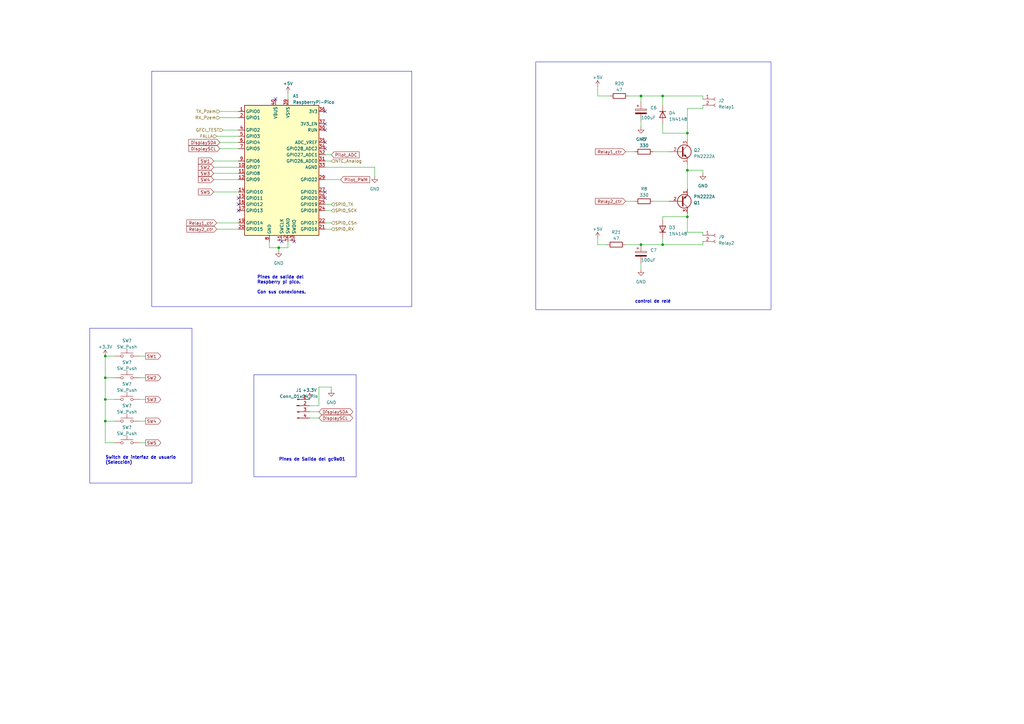
<source format=kicad_sch>
(kicad_sch (version 20230121) (generator eeschema)
  (paper "A3")
  (title_block (title "Esquema pines micro") (company "UNIVERSIDAD NACIONAL DE COLOMBIA") (comment 1 "Jhon Rios, Daniel Robayo, Sergio Reina"))
  (lib_symbols
    (symbol "+5V_1" (power) (pin_names (offset 0))
      (property "Value" "+5V_1" (at 0 3.556 0))
      (symbol "+5V_1_0_1"
        (polyline (pts (xy -0.762 1.27) (xy 0 2.54)))
        (polyline (pts (xy 0 0) (xy 0 2.54)))
        (polyline (pts (xy 0 2.54) (xy 0.762 1.27)))
      )
      (symbol "+5V_1_1_1"
        (pin power_in line (at 0 0 90) (length 0) hide (name "+5V") (number "1"))
      )
    )
    (symbol "Connector:Conn_01x02_Socket" (pin_names (offset 1.016) hide)
      (property "Reference" "J" (at 0 2.54 0))
      (property "Value" "Conn_01x02_Socket" (at 0 -5.08 0))
      (symbol "Conn_01x02_Socket_1_1"
        (arc (start 0 -2.032) (mid -0.5058 -2.54) (end 0 -3.048) (stroke (width 0.1524)))
        (polyline (pts (xy -1.27 -2.54) (xy -0.508 -2.54)) (stroke (width 0.1524)))
        (polyline (pts (xy -1.27 0) (xy -0.508 0)) (stroke (width 0.1524)))
        (arc (start 0 0.508) (mid -0.5058 0) (end 0 -0.508) (stroke (width 0.1524)))
        (pin passive line (at -5.08 0 0) (length 3.81) (name "Pin_1") (number "1"))
        (pin passive line (at -5.08 -2.54 0) (length 3.81) (name "Pin_2") (number "2"))
      )
    )
    (symbol "Connector:Conn_01x04_Pin" (pin_names (offset 1.016) hide)
      (property "Reference" "J" (at 0 5.08 0))
      (property "Value" "Conn_01x04_Pin" (at 0 -7.62 0))
      (symbol "Conn_01x04_Pin_1_1"
        (polyline (pts (xy 1.27 -5.08) (xy 0.8636 -5.08)) (stroke (width 0.1524)))
        (polyline (pts (xy 1.27 -2.54) (xy 0.8636 -2.54)) (stroke (width 0.1524)))
        (polyline (pts (xy 1.27 0) (xy 0.8636 0)) (stroke (width 0.1524)))
        (polyline (pts (xy 1.27 2.54) (xy 0.8636 2.54)) (stroke (width 0.1524)))
        (rectangle (start 0.8636 -4.953) (end 0 -5.207) (stroke (width 0.1524)) (fill (type outline)))
        (rectangle (start 0.8636 -2.413) (end 0 -2.667) (stroke (width 0.1524)) (fill (type outline)))
        (rectangle (start 0.8636 0.127) (end 0 -0.127) (stroke (width 0.1524)) (fill (type outline)))
        (rectangle (start 0.8636 2.667) (end 0 2.413) (stroke (width 0.1524)) (fill (type outline)))
        (pin passive line (at 5.08 2.54 180) (length 3.81) (name "Pin_1") (number "1"))
        (pin passive line (at 5.08 0 180) (length 3.81) (name "Pin_2") (number "2"))
        (pin passive line (at 5.08 -2.54 180) (length 3.81) (name "Pin_3") (number "3"))
        (pin passive line (at 5.08 -5.08 180) (length 3.81) (name "Pin_4") (number "4"))
      )
    )
    (symbol "Device:C_Polarized" (pin_numbers hide) (pin_names (offset 0.254))
      (property "Reference" "C" (at 0.635 2.54 0))
      (property "Value" "C_Polarized" (at 0.635 -2.54 0))
      (symbol "C_Polarized_0_1"
        (rectangle (start -2.286 0.508) (end 2.286 1.016))
        (polyline (pts (xy -1.778 2.286) (xy -0.762 2.286)))
        (polyline (pts (xy -1.27 2.794) (xy -1.27 1.778)))
        (rectangle (start 2.286 -0.508) (end -2.286 -1.016) (fill (type outline)))
      )
      (symbol "C_Polarized_1_1"
        (pin passive line (at 0 3.81 270) (length 2.794) (name "~") (number "1"))
        (pin passive line (at 0 -3.81 90) (length 2.794) (name "~") (number "2"))
      )
    )
    (symbol "Device:R" (pin_numbers hide) (pin_names (offset 0))
      (property "Reference" "R" (at 2.032 0 90))
      (property "Value" "R" (at 0 0 90))
      (symbol "R_0_1"
        (rectangle (start -1.016 -2.54) (end 1.016 2.54) (stroke (width 0.254)))
      )
      (symbol "R_1_1"
        (pin passive line (at 0 3.81 270) (length 1.27) (name "~") (number "1"))
        (pin passive line (at 0 -3.81 90) (length 1.27) (name "~") (number "2"))
      )
    )
    (symbol "Diode:1N4148" (pin_numbers hide) (pin_names hide)
      (property "Reference" "D" (at 0 2.54 0))
      (property "Value" "1N4148" (at 0 -2.54 0))
      (symbol "1N4148_0_1"
        (polyline (pts (xy -1.27 1.27) (xy -1.27 -1.27)) (stroke (width 0.254)))
        (polyline (pts (xy 1.27 0) (xy -1.27 0)))
        (polyline (pts (xy 1.27 1.27) (xy 1.27 -1.27) (xy -1.27 0) (xy 1.27 1.27)) (stroke (width 0.254)))
      )
      (symbol "1N4148_1_1"
        (pin passive line (at -3.81 0 0) (length 2.54) (name "K") (number "1"))
        (pin passive line (at 3.81 0 180) (length 2.54) (name "A") (number "2"))
      )
    )
    (symbol "GND_1" (power) (pin_names (offset 0))
      (property "Value" "GND_1" (at 0 -3.81 0))
      (symbol "GND_1_0_1"
        (polyline (pts (xy 0 0) (xy 0 -1.27) (xy 1.27 -1.27) (xy 0 -2.54) (xy -1.27 -1.27) (xy 0 -1.27)))
      )
      (symbol "GND_1_1_1"
        (pin power_in line (at 0 0 270) (length 0) hide (name "GND") (number "1"))
      )
    )
    (symbol "GND_2" (power) (pin_names (offset 0))
      (property "Value" "GND_2" (at 0 -3.81 0))
      (symbol "GND_2_0_1"
        (polyline (pts (xy 0 0) (xy 0 -1.27) (xy 1.27 -1.27) (xy 0 -2.54) (xy -1.27 -1.27) (xy 0 -1.27)))
      )
      (symbol "GND_2_1_1"
        (pin power_in line (at 0 0 270) (length 0) hide (name "GND") (number "1"))
      )
    )
    (symbol "MCU_ModulePico:RaspberryPi-Pico"
      (property "Reference" "A" (at 0 17.78 0))
      (property "Value" "RaspberryPi-Pico" (at 2.54 15.24 0))
      (symbol "RaspberryPi-Pico_0_1"
        (rectangle (start -15.24 27.94) (end 15.24 -25.4) (stroke (width 0.254)) (fill (type background)))
      )
      (symbol "RaspberryPi-Pico_1_1"
        (pin bidirectional line (at -17.78 25.4 0) (length 2.54) (name "GPIO0") (number "1"))
        (pin bidirectional line (at -17.78 2.54 0) (length 2.54) (name "GPIO7") (number "10"))
        (pin bidirectional line (at -17.78 0 0) (length 2.54) (name "GPIO8") (number "11"))
        (pin bidirectional line (at -17.78 -2.54 0) (length 2.54) (name "GPIO9") (number "12"))
        (pin passive line (at -5.08 -27.94 90) (length 2.54) hide (name "GND") (number "13"))
        (pin bidirectional line (at -17.78 -7.62 0) (length 2.54) (name "GPIO10") (number "14"))
        (pin bidirectional line (at -17.78 -10.16 0) (length 2.54) (name "GPIO11") (number "15"))
        (pin bidirectional line (at -17.78 -12.7 0) (length 2.54) (name "GPIO12") (number "16"))
        (pin bidirectional line (at -17.78 -15.24 0) (length 2.54) (name "GPIO13") (number "17"))
        (pin passive line (at -5.08 -27.94 90) (length 2.54) hide (name "GND") (number "18"))
        (pin bidirectional line (at -17.78 -20.32 0) (length 2.54) (name "GPIO14") (number "19"))
        (pin bidirectional line (at -17.78 22.86 0) (length 2.54) (name "GPIO1") (number "2"))
        (pin bidirectional line (at -17.78 -22.86 0) (length 2.54) (name "GPIO15") (number "20"))
        (pin bidirectional line (at 17.78 -22.86 180) (length 2.54) (name "GPIO16") (number "21"))
        (pin bidirectional line (at 17.78 -20.32 180) (length 2.54) (name "GPIO17") (number "22"))
        (pin passive line (at -5.08 -27.94 90) (length 2.54) hide (name "GND") (number "23"))
        (pin bidirectional line (at 17.78 -15.24 180) (length 2.54) (name "GPIO18") (number "24"))
        (pin bidirectional line (at 17.78 -12.7 180) (length 2.54) (name "GPIO19") (number "25"))
        (pin bidirectional line (at 17.78 -10.16 180) (length 2.54) (name "GPIO20") (number "26"))
        (pin bidirectional line (at 17.78 -7.62 180) (length 2.54) (name "GPIO21") (number "27"))
        (pin passive line (at -5.08 -27.94 90) (length 2.54) hide (name "GND") (number "28"))
        (pin bidirectional line (at 17.78 -2.54 180) (length 2.54) (name "GPIO22") (number "29"))
        (pin passive line (at -5.08 -27.94 90) (length 2.54) hide (name "GND") (number "3"))
        (pin input line (at 17.78 17.78 180) (length 2.54) (name "RUN") (number "30"))
        (pin bidirectional line (at 17.78 5.08 180) (length 2.54) (name "GPIO26_ADC0") (number "31"))
        (pin bidirectional line (at 17.78 7.62 180) (length 2.54) (name "GPIO27_ADC1") (number "32"))
        (pin power_in line (at 17.78 2.54 180) (length 2.54) (name "AGND") (number "33"))
        (pin bidirectional line (at 17.78 10.16 180) (length 2.54) (name "GPIO28_ADC2") (number "34"))
        (pin power_in line (at 17.78 12.7 180) (length 2.54) (name "ADC_VREF") (number "35"))
        (pin power_out line (at 17.78 25.4 180) (length 2.54) (name "3V3") (number "36"))
        (pin input line (at 17.78 20.32 180) (length 2.54) (name "3V3_EN") (number "37"))
        (pin passive line (at -5.08 -27.94 90) (length 2.54) hide (name "GND") (number "38"))
        (pin power_out line (at 2.54 30.48 270) (length 2.54) (name "VSYS") (number "39"))
        (pin bidirectional line (at -17.78 17.78 0) (length 2.54) (name "GPIO2") (number "4"))
        (pin power_out line (at -2.54 30.48 270) (length 2.54) (name "VBUS") (number "40"))
        (pin input line (at 0 -27.94 90) (length 2.54) (name "SWCLK") (number "41"))
        (pin power_in line (at 2.54 -27.94 90) (length 2.54) (name "SWGND") (number "42"))
        (pin bidirectional line (at 5.08 -27.94 90) (length 2.54) (name "SWDIO") (number "43"))
        (pin bidirectional line (at -17.78 15.24 0) (length 2.54) (name "GPIO3") (number "5"))
        (pin bidirectional line (at -17.78 12.7 0) (length 2.54) (name "GPIO4") (number "6"))
        (pin bidirectional line (at -17.78 10.16 0) (length 2.54) (name "GPIO5") (number "7"))
        (pin power_in line (at -5.08 -27.94 90) (length 2.54) (name "GND") (number "8"))
        (pin bidirectional line (at -17.78 5.08 0) (length 2.54) (name "GPIO6") (number "9"))
      )
    )
    (symbol "Switch:SW_Push" (pin_numbers hide) (pin_names (offset 1.016) hide)
      (property "Reference" "SW" (at 1.27 2.54 0))
      (property "Value" "SW_Push" (at 0 -1.524 0))
      (symbol "SW_Push_0_1"
        (circle (center -2.032 0) (radius 0.508))
        (polyline (pts (xy 0 1.27) (xy 0 3.048)))
        (polyline (pts (xy 2.54 1.27) (xy -2.54 1.27)))
        (circle (center 2.032 0) (radius 0.508))
        (pin passive line (at -5.08 0 0) (length 2.54) (name "1") (number "1"))
        (pin passive line (at 5.08 0 180) (length 2.54) (name "2") (number "2"))
      )
    )
    (symbol "Transistor_BJT:PN2222A" (pin_names (offset 0) hide)
      (property "Reference" "Q" (at 5.08 1.905 0))
      (property "Value" "PN2222A" (at 5.08 0 0))
      (symbol "PN2222A_0_1"
        (polyline (pts (xy 0 0) (xy 0.635 0)))
        (polyline (pts (xy 2.54 -2.54) (xy 0.635 -0.635)))
        (polyline (pts (xy 2.54 2.54) (xy 0.635 0.635)))
        (polyline (pts (xy 0.635 1.905) (xy 0.635 -1.905) (xy 0.635 -1.905)) (stroke (width 0.508)))
        (polyline (pts (xy 2.413 -2.413) (xy 1.905 -1.905) (xy 1.905 -1.905)))
        (polyline (pts (xy 1.143 -1.651) (xy 1.651 -1.143) (xy 2.159 -2.159) (xy 1.143 -1.651) (xy 1.143 -1.651)) (fill (type outline)))
        (circle (center 1.27 0) (radius 2.8194) (stroke (width 0.254)))
      )
      (symbol "PN2222A_1_1"
        (pin passive line (at 2.54 -5.08 90) (length 2.54) (name "E") (number "1"))
        (pin input line (at -5.08 0 0) (length 5.08) (name "B") (number "2"))
        (pin passive line (at 2.54 5.08 270) (length 2.54) (name "C") (number "3"))
      )
    )
    (symbol "power:+3.3V" (power) (pin_names (offset 0))
      (property "Value" "+3.3V" (at 0 3.556 0))
      (symbol "+3.3V_0_1"
        (polyline (pts (xy -0.762 1.27) (xy 0 2.54)))
        (polyline (pts (xy 0 0) (xy 0 2.54)))
        (polyline (pts (xy 0 2.54) (xy 0.762 1.27)))
      )
      (symbol "+3.3V_1_1"
        (pin power_in line (at 0 0 90) (length 0) hide (name "+3.3V") (number "1"))
      )
    )
    (symbol "power:+5V" (power) (pin_names (offset 0))
      (property "Value" "+5V" (at 0 3.556 0))
      (symbol "+5V_0_1"
        (polyline (pts (xy -0.762 1.27) (xy 0 2.54)))
        (polyline (pts (xy 0 0) (xy 0 2.54)))
        (polyline (pts (xy 0 2.54) (xy 0.762 1.27)))
      )
      (symbol "+5V_1_1"
        (pin power_in line (at 0 0 90) (length 0) hide (name "+5V") (number "1"))
      )
    )
    (symbol "power:GND" (power) (pin_names (offset 0))
      (property "Value" "GND" (at 0 -3.81 0))
      (symbol "GND_0_1"
        (polyline (pts (xy 0 0) (xy 0 -1.27) (xy 1.27 -1.27) (xy 0 -2.54) (xy -1.27 -1.27) (xy 0 -1.27)))
      )
      (symbol "GND_1_1"
        (pin power_in line (at 0 0 270) (length 0) hide (name "GND") (number "1"))
      )
    )
  )
  (junction (at 43.18 146.05))
  (junction (at 281.94 69.85))
  (junction (at 43.18 154.94))
  (junction (at 262.89 100.33))
  (junction (at 281.94 54.61))
  (junction (at 271.78 100.33))
  (junction (at 43.18 163.83))
  (junction (at 43.18 172.72))
  (junction (at 114.3 101.6))
  (junction (at 281.94 88.9))
  (junction (at 271.78 39.37))
  (junction (at 262.89 39.37))
  (no_connect (at 97.79 86.36))
  (no_connect (at 133.35 50.8))
  (no_connect (at 133.35 53.34))
  (no_connect (at 133.35 81.28))
  (no_connect (at 115.57 99.06))
  (no_connect (at 133.35 58.42))
  (no_connect (at 133.35 60.96))
  (no_connect (at 113.03 40.64))
  (no_connect (at 120.65 99.06))
  (no_connect (at 97.79 81.28))
  (no_connect (at 133.35 45.72))
  (no_connect (at 133.35 78.74))
  (no_connect (at 97.79 83.82))
  (wire (pts (xy 271.78 88.9) (xy 281.94 88.9)))
  (wire (pts (xy 133.35 66.04) (xy 135.89 66.04)))
  (wire (pts (xy 281.94 95.25) (xy 288.29 95.25)))
  (wire (pts (xy 133.35 63.5) (xy 135.89 63.5)))
  (wire (pts (xy 57.15 181.61) (xy 59.69 181.61)))
  (wire (pts (xy 133.35 91.44) (xy 135.89 91.44)))
  (wire (pts (xy 46.99 154.94) (xy 43.18 154.94)))
  (wire (pts (xy 87.63 78.74) (xy 97.79 78.74)))
  (wire (pts (xy 127 166.37) (xy 130.81 166.37)))
  (wire (pts (xy 87.63 66.04) (xy 97.79 66.04)))
  (wire (pts (xy 90.17 45.72) (xy 97.79 45.72)))
  (wire (pts (xy 281.94 69.85) (xy 288.29 69.85)))
  (wire (pts (xy 245.11 39.37) (xy 250.19 39.37)))
  (wire (pts (xy 262.89 100.33) (xy 271.78 100.33)))
  (wire (pts (xy 288.29 95.25) (xy 288.29 96.52)))
  (wire (pts (xy 118.11 101.6) (xy 114.3 101.6)))
  (wire (pts (xy 91.44 53.34) (xy 97.79 53.34)))
  (wire (pts (xy 267.97 62.23) (xy 274.32 62.23)))
  (wire (pts (xy 133.35 83.82) (xy 135.89 83.82)))
  (wire (pts (xy 46.99 163.83) (xy 43.18 163.83)))
  (wire (pts (xy 281.94 69.85) (xy 281.94 77.47)))
  (wire (pts (xy 133.35 86.36) (xy 135.89 86.36)))
  (wire (pts (xy 118.11 38.1) (xy 118.11 40.64)))
  (wire (pts (xy 43.18 163.83) (xy 43.18 172.72)))
  (wire (pts (xy 271.78 39.37) (xy 288.29 39.37)))
  (wire (pts (xy 262.89 41.91) (xy 262.89 39.37)))
  (wire (pts (xy 57.15 163.83) (xy 59.69 163.83)))
  (wire (pts (xy 271.78 50.8) (xy 271.78 54.61)))
  (wire (pts (xy 281.94 87.63) (xy 281.94 88.9)))
  (wire (pts (xy 88.9 91.44) (xy 97.79 91.44)))
  (wire (pts (xy 133.35 73.66) (xy 139.7 73.66)))
  (wire (pts (xy 43.18 146.05) (xy 46.99 146.05)))
  (wire (pts (xy 43.18 154.94) (xy 43.18 163.83)))
  (wire (pts (xy 256.54 100.33) (xy 262.89 100.33)))
  (wire (pts (xy 130.81 166.37) (xy 130.81 158.75)))
  (wire (pts (xy 130.81 158.75) (xy 135.89 158.75)))
  (wire (pts (xy 135.89 158.75) (xy 135.89 160.02)))
  (wire (pts (xy 87.63 73.66) (xy 97.79 73.66)))
  (wire (pts (xy 257.81 39.37) (xy 262.89 39.37)))
  (wire (pts (xy 281.94 88.9) (xy 281.94 95.25)))
  (wire (pts (xy 271.78 39.37) (xy 271.78 43.18)))
  (wire (pts (xy 87.63 68.58) (xy 97.79 68.58)))
  (wire (pts (xy 288.29 43.18) (xy 288.29 44.45)))
  (wire (pts (xy 133.35 93.98) (xy 135.89 93.98)))
  (wire (pts (xy 271.78 100.33) (xy 288.29 100.33)))
  (wire (pts (xy 271.78 100.33) (xy 271.78 97.79)))
  (wire (pts (xy 153.67 68.58) (xy 153.67 72.39)))
  (wire (pts (xy 281.94 57.15) (xy 281.94 54.61)))
  (wire (pts (xy 43.18 154.94) (xy 43.18 146.05)))
  (wire (pts (xy 88.9 55.88) (xy 97.79 55.88)))
  (wire (pts (xy 110.49 99.06) (xy 110.49 101.6)))
  (wire (pts (xy 281.94 67.31) (xy 281.94 69.85)))
  (wire (pts (xy 288.29 99.06) (xy 288.29 100.33)))
  (wire (pts (xy 57.15 146.05) (xy 59.69 146.05)))
  (wire (pts (xy 118.11 99.06) (xy 118.11 101.6)))
  (wire (pts (xy 57.15 154.94) (xy 59.69 154.94)))
  (wire (pts (xy 262.89 39.37) (xy 271.78 39.37)))
  (wire (pts (xy 245.11 35.56) (xy 245.11 39.37)))
  (wire (pts (xy 90.17 60.96) (xy 97.79 60.96)))
  (wire (pts (xy 90.17 48.26) (xy 97.79 48.26)))
  (wire (pts (xy 46.99 181.61) (xy 43.18 181.61)))
  (wire (pts (xy 90.17 58.42) (xy 97.79 58.42)))
  (wire (pts (xy 43.18 172.72) (xy 43.18 181.61)))
  (wire (pts (xy 245.11 100.33) (xy 248.92 100.33)))
  (wire (pts (xy 256.54 82.55) (xy 260.35 82.55)))
  (wire (pts (xy 114.3 101.6) (xy 110.49 101.6)))
  (wire (pts (xy 127 168.91) (xy 130.81 168.91)))
  (wire (pts (xy 57.15 172.72) (xy 59.69 172.72)))
  (wire (pts (xy 288.29 39.37) (xy 288.29 40.64)))
  (wire (pts (xy 87.63 71.12) (xy 97.79 71.12)))
  (wire (pts (xy 262.89 49.53) (xy 262.89 52.07)))
  (wire (pts (xy 281.94 44.45) (xy 288.29 44.45)))
  (wire (pts (xy 127 171.45) (xy 130.81 171.45)))
  (wire (pts (xy 262.89 107.95) (xy 262.89 110.49)))
  (wire (pts (xy 245.11 97.79) (xy 245.11 100.33)))
  (wire (pts (xy 281.94 54.61) (xy 281.94 44.45)))
  (wire (pts (xy 133.35 68.58) (xy 153.67 68.58)))
  (wire (pts (xy 271.78 54.61) (xy 281.94 54.61)))
  (wire (pts (xy 114.3 101.6) (xy 114.3 102.87)))
  (wire (pts (xy 267.97 82.55) (xy 274.32 82.55)))
  (wire (pts (xy 288.29 71.12) (xy 288.29 69.85)))
  (wire (pts (xy 256.54 62.23) (xy 260.35 62.23)))
  (wire (pts (xy 46.99 172.72) (xy 43.18 172.72)))
  (wire (pts (xy 271.78 88.9) (xy 271.78 90.17)))
  (wire (pts (xy 88.9 93.98) (xy 97.79 93.98)))
  (rectangle (start 219.71 25.4) (end 316.23 127))
  (rectangle (start 62.23 29.21) (end 168.91 125.73))
  (rectangle (start 104.14 153.67) (end 146.05 195.58))
  (rectangle (start 36.83 134.62) (end 78.74 198.12))
  (text "Pines de salida del\nRaspberry pi pico.\n\nCon sus conexiones." (at 105.41 120.65 0) (effects (font (size 1.27 1.27) bold) (justify left bottom)))
  (text "control de relé " (at 260.35 124.46 0) (effects (font (size 1.27 1.27) (thickness 0.254) bold) (justify left bottom)))
  (text "Switch de interfaz de usuario\n(Selección)" (at 43.18 190.5 0) (effects (font (size 1.27 1.27) bold) (justify left bottom)))
  (text "Pines de Salida del gc9a01" (at 114.3 189.23 0) (effects (font (size 1.27 1.27) (thickness 0.254) bold) (justify left bottom)))
  (global_label "SW2" (shape input) (at 87.63 68.58 180) (property "Intersheetrefs" "${INTERSHEET_REFS}" (effects hide)))
  (global_label "SW3" (shape output) (at 59.69 163.83 0) (property "Intersheetrefs" "${INTERSHEET_REFS}" (effects hide)))
  (global_label "Pilot_PWM" (shape input) (at 139.7 73.66 0) (property "Intersheetrefs" "${INTERSHEET_REFS}" (effects hide)))
  (global_label "Relay1_ctr" (shape input) (at 256.54 62.23 180) (property "Intersheetrefs" "${INTERSHEET_REFS}" (effects hide)))
  (global_label "DisplaySCL" (shape input) (at 90.17 60.96 180) (property "Intersheetrefs" "${INTERSHEET_REFS}" (effects hide)))
  (global_label "DisplaySDA" (shape bidirectional) (at 130.81 168.91 0) (property "Intersheetrefs" "${INTERSHEET_REFS}" (effects hide)))
  (global_label "Pilot_ADC" (shape input) (at 135.89 63.5 0) (property "Intersheetrefs" "${INTERSHEET_REFS}" (effects hide)))
  (global_label "SW4" (shape input) (at 87.63 73.66 180) (property "Intersheetrefs" "${INTERSHEET_REFS}" (effects hide)))
  (global_label "SW5" (shape output) (at 59.69 181.61 0) (property "Intersheetrefs" "${INTERSHEET_REFS}" (effects hide)))
  (global_label "SW5" (shape input) (at 87.63 78.74 180) (property "Intersheetrefs" "${INTERSHEET_REFS}" (effects hide)))
  (global_label "Relay2_ctr" (shape input) (at 256.54 82.55 180) (property "Intersheetrefs" "${INTERSHEET_REFS}" (effects hide)))
  (global_label "SW1" (shape input) (at 87.63 66.04 180) (property "Intersheetrefs" "${INTERSHEET_REFS}" (effects hide)))
  (global_label "DisplaySDA" (shape input) (at 90.17 58.42 180) (property "Intersheetrefs" "${INTERSHEET_REFS}" (effects hide)))
  (global_label "SW2" (shape output) (at 59.69 154.94 0) (property "Intersheetrefs" "${INTERSHEET_REFS}" (effects hide)))
  (global_label "SW4" (shape output) (at 59.69 172.72 0) (property "Intersheetrefs" "${INTERSHEET_REFS}" (effects hide)))
  (global_label "DIsplaySCL" (shape bidirectional) (at 130.81 171.45 0) (property "Intersheetrefs" "${INTERSHEET_REFS}" (effects hide)))
  (global_label "Relay2_ctr" (shape input) (at 88.9 93.98 180) (property "Intersheetrefs" "${INTERSHEET_REFS}" (effects hide)))
  (global_label "SW3" (shape input) (at 87.63 71.12 180) (property "Intersheetrefs" "${INTERSHEET_REFS}" (effects hide)))
  (global_label "SW1" (shape output) (at 59.69 146.05 0) (property "Intersheetrefs" "${INTERSHEET_REFS}" (effects hide)))
  (global_label "Relay1_ctr" (shape input) (at 88.9 91.44 180) (property "Intersheetrefs" "${INTERSHEET_REFS}" (effects hide)))
  (hierarchical_label "SPI0_CSn" (shape input) (at 135.89 91.44 0))
  (hierarchical_label "TX_Pzem" (shape input) (at 90.17 45.72 180))
  (hierarchical_label "GFCI_TEST" (shape input) (at 91.44 53.34 180))
  (hierarchical_label "RX_Pzem" (shape input) (at 90.17 48.26 180))
  (hierarchical_label "FALLA" (shape input) (at 88.9 55.88 180))
  (hierarchical_label "SPI0_SCK" (shape input) (at 135.89 86.36 0))
  (hierarchical_label "SPI0_TX" (shape input) (at 135.89 83.82 0))
  (hierarchical_label "SPI0_RX" (shape input) (at 135.89 93.98 0))
  (hierarchical_label "NTC_Analog" (shape input) (at 135.89 66.04 0))
  (symbol (lib_id "Switch:SW_Push") (at 52.07 154.94 0) (unit 1)
    (property "Reference" "SW?" (at 52.07 148.59 0))
    (property "Value" "SW_Push" (at 52.07 151.13 0))
    (property "Footprint" "Connector_PinHeader_2.54mm:PinHeader_1x02_P2.54mm_Vertical" (effects hide))
  )
  (symbol (lib_id "Device:C_Polarized") (at 262.89 104.14 0) (unit 1)
    (property "Reference" "C7" (at 266.7 102.616 0) (effects (justify left)))
    (property "Value" "100uF" (at 262.89 106.68 0) (effects (justify left)))
    (property "Footprint" "Capacitor_THT:CP_Radial_D8.0mm_P3.50mm" (effects hide))
  )
  (symbol (lib_id "Device:R") (at 264.16 82.55 90) (unit 1)
    (property "Reference" "R8" (at 264.16 77.47 90))
    (property "Value" "330" (at 264.16 80.01 90))
    (property "Footprint" "Resistor_THT:R_Axial_DIN0207_L6.3mm_D2.5mm_P10.16mm_Horizontal" (effects hide))
  )
  (symbol (lib_id "Switch:SW_Push") (at 52.07 172.72 0) (unit 1)
    (property "Reference" "SW?" (at 52.07 166.37 0))
    (property "Value" "SW_Push" (at 52.07 168.91 0))
    (property "Footprint" "Connector_PinHeader_2.54mm:PinHeader_1x02_P2.54mm_Vertical" (effects hide))
  )
  (symbol (lib_id "Switch:SW_Push") (at 52.07 181.61 0) (unit 1)
    (property "Reference" "SW?" (at 52.07 175.26 0))
    (property "Value" "SW_Push" (at 52.07 177.8 0))
    (property "Footprint" "Connector_PinHeader_2.54mm:PinHeader_1x02_P2.54mm_Vertical" (effects hide))
  )
  (symbol (lib_id "Connector:Conn_01x04_Pin") (at 121.92 166.37 0) (unit 1)
    (property "Reference" "J1" (at 122.555 160.02 0))
    (property "Value" "Conn_01x04_Pin" (at 122.555 162.56 0))
    (property "Footprint" "Connector_PinHeader_2.54mm:PinHeader_1x04_P2.54mm_Vertical" (effects hide))
    (property "Datasheet" "~" (at 121.92 166.37 0))
  )
  (symbol (lib_id "power:+3.3V") (at 43.18 146.05 0) (unit 1)
    (property "Reference" "#PWR?" (effects hide))
    (property "Value" "+3.3V" (at 43.18 142.24 0))
  )
  (symbol (lib_id "Diode:1N4148") (at 271.78 46.99 270) (unit 1)
    (property "Reference" "D4" (at 274.32 46.355 90) (effects (justify left)))
    (property "Value" "1N4148" (at 274.32 48.895 90) (effects (justify left)))
    (property "Footprint" "Diode_THT:D_DO-35_SOD27_P7.62mm_Horizontal" (effects hide))
    (property "Datasheet" "https://assets.nexperia.com/documents/data-sheet/1N4148_1N4448.pdf" (effects hide))
    (property "Sim.Device" "D" (effects hide))
    (property "Sim.Pins" "1=K 2=A" (effects hide))
  )
  (symbol (lib_id "Device:C_Polarized") (at 262.89 45.72 0) (unit 1)
    (property "Reference" "C6" (at 266.7 44.196 0) (effects (justify left)))
    (property "Value" "100uF" (at 262.89 48.26 0) (effects (justify left)))
    (property "Footprint" "Capacitor_THT:CP_Radial_D8.0mm_P3.50mm" (effects hide))
  )
  (symbol (lib_id "Transistor_BJT:PN2222A") (at 279.4 62.23 0) (unit 1)
    (property "Reference" "Q2" (at 284.48 61.595 0) (effects (justify left)))
    (property "Value" "PN2222A" (at 284.48 64.135 0) (effects (justify left)))
    (property "Footprint" "Package_TO_SOT_THT:TO-92_Inline" (effects hide))
    (property "Datasheet" "https://www.onsemi.com/pub/Collateral/PN2222-D.PDF" (effects hide))
  )
  (symbol (lib_id "Diode:1N4148") (at 271.78 93.98 90) (unit 1)
    (property "Reference" "D3" (at 274.32 93.345 90) (effects (justify right)))
    (property "Value" "1N4148" (at 274.32 95.885 90) (effects (justify right)))
    (property "Footprint" "Diode_THT:D_DO-35_SOD27_P7.62mm_Horizontal" (effects hide))
    (property "Datasheet" "https://assets.nexperia.com/documents/data-sheet/1N4148_1N4448.pdf" (effects hide))
    (property "Sim.Device" "D" (effects hide))
    (property "Sim.Pins" "1=K 2=A" (effects hide))
  )
  (symbol (lib_name "+5V_1") (lib_id "power:+5V") (at 118.11 38.1 0) (unit 1)
    (property "Reference" "#PWR?" (effects hide))
    (property "Value" "+5V" (at 118.11 34.29 0))
  )
  (symbol (lib_id "power:+5V") (at 245.11 35.56 0) (unit 1)
    (property "Reference" "#PWR04" (effects hide))
    (property "Value" "+5V" (at 245.11 31.75 0))
  )
  (symbol (lib_id "power:+5V") (at 245.11 97.79 0) (unit 1)
    (property "Reference" "#PWR05" (effects hide))
    (property "Value" "+5V" (at 245.11 93.98 0))
  )
  (symbol (lib_id "Device:R") (at 264.16 62.23 90) (unit 1)
    (property "Reference" "R7" (at 264.16 57.15 90))
    (property "Value" "330" (at 264.16 59.69 90))
    (property "Footprint" "Resistor_THT:R_Axial_DIN0207_L6.3mm_D2.5mm_P10.16mm_Horizontal" (effects hide))
  )
  (symbol (lib_id "power:+3.3V") (at 127 163.83 0) (unit 1)
    (property "Reference" "#PWR?" (effects hide))
    (property "Value" "+3.3V" (at 127 160.02 0))
  )
  (symbol (lib_name "GND_2") (lib_id "power:GND") (at 288.29 71.12 0) (unit 1)
    (property "Reference" "#PWR03" (effects hide))
    (property "Value" "GND" (at 288.29 76.2 0))
  )
  (symbol (lib_id "Connector:Conn_01x02_Socket") (at 293.37 40.64 0) (unit 1)
    (property "Reference" "J2" (at 294.64 41.275 0) (effects (justify left)))
    (property "Value" "Relay1" (at 294.64 43.815 0) (effects (justify left)))
    (property "Footprint" "Connector_Molex:Molex_KK-254_AE-6410-02A_1x02_P2.54mm_Vertical" (effects hide))
  )
  (symbol (lib_id "Connector:Conn_01x02_Socket") (at 293.37 96.52 0) (unit 1)
    (property "Reference" "J9" (at 294.64 97.155 0) (effects (justify left)))
    (property "Value" "Relay2" (at 294.64 99.695 0) (effects (justify left)))
    (property "Footprint" "Connector_Molex:Molex_KK-254_AE-6410-02A_1x02_P2.54mm_Vertical" (effects hide))
  )
  (symbol (lib_id "Switch:SW_Push") (at 52.07 163.83 0) (unit 1)
    (property "Reference" "SW?" (at 52.07 157.48 0))
    (property "Value" "SW_Push" (at 52.07 160.02 0))
    (property "Footprint" "Connector_PinHeader_2.54mm:PinHeader_1x02_P2.54mm_Vertical" (effects hide))
  )
  (symbol (lib_id "power:GND") (at 153.67 72.39 0) (unit 1)
    (property "Reference" "#PWR?" (effects hide))
    (property "Value" "GND" (at 153.67 77.47 0))
  )
  (symbol (lib_id "power:GND") (at 135.89 160.02 0) (unit 1)
    (property "Reference" "#PWR?" (effects hide))
    (property "Value" "GND" (at 135.89 165.1 0))
  )
  (symbol (lib_name "GND_2") (lib_id "power:GND") (at 262.89 110.49 0) (unit 1)
    (property "Reference" "#PWR09" (effects hide))
    (property "Value" "GND" (at 262.89 115.57 0))
  )
  (symbol (lib_id "Transistor_BJT:PN2222A") (at 279.4 82.55 0) (mirror x) (unit 1)
    (property "Reference" "Q1" (at 284.48 83.185 0) (effects (justify left)))
    (property "Value" "PN2222A" (at 284.48 80.645 0) (effects (justify left)))
    (property "Footprint" "Package_TO_SOT_THT:TO-92_Inline" (effects hide))
    (property "Datasheet" "https://www.onsemi.com/pub/Collateral/PN2222-D.PDF" (effects hide))
  )
  (symbol (lib_id "Device:R") (at 254 39.37 90) (unit 1)
    (property "Reference" "R20" (at 254 34.29 90))
    (property "Value" "47" (at 254 36.83 90))
    (property "Footprint" "Resistor_THT:R_Axial_DIN0207_L6.3mm_D2.5mm_P10.16mm_Horizontal" (effects hide))
  )
  (symbol (lib_name "GND_2") (lib_id "power:GND") (at 262.89 52.07 0) (unit 1)
    (property "Reference" "#PWR010" (effects hide))
    (property "Value" "GND" (at 262.89 57.15 0))
  )
  (symbol (lib_id "Device:R") (at 252.73 100.33 90) (unit 1)
    (property "Reference" "R21" (at 252.73 95.25 90))
    (property "Value" "47" (at 252.73 97.79 90))
    (property "Footprint" "Resistor_THT:R_Axial_DIN0207_L6.3mm_D2.5mm_P10.16mm_Horizontal" (effects hide))
  )
  (symbol (lib_id "MCU_ModulePico:RaspberryPi-Pico") (at 115.57 71.12 0) (unit 1)
    (property "Reference" "A1" (at 120.0659 39.37 0) (effects (justify left)))
    (property "Value" "RaspberryPi-Pico" (at 120.0659 41.91 0) (effects (justify left)))
    (property "Footprint" "ModulePico:Raspberry_Pi_Pico_SMT_THT" (effects hide))
    (property "Datasheet" "https://datasheets.raspberrypi.com/pico/pico-datasheet.pdf" (effects hide))
  )
  (symbol (lib_name "GND_1") (lib_id "power:GND") (at 114.3 102.87 0) (unit 1)
    (property "Reference" "#PWR036" (effects hide))
    (property "Value" "GND" (at 114.3 107.95 0))
  )
  (symbol (lib_id "Switch:SW_Push") (at 52.07 146.05 0) (unit 1)
    (property "Reference" "SW?" (at 52.07 139.7 0))
    (property "Value" "SW_Push" (at 52.07 142.24 0))
    (property "Footprint" "Connector_PinHeader_2.54mm:PinHeader_1x02_P2.54mm_Vertical" (effects hide))
  )
)
</source>
